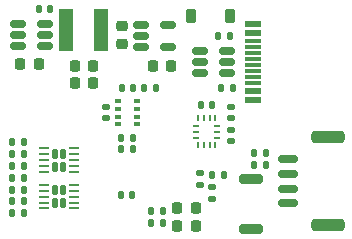
<source format=gbr>
%TF.GenerationSoftware,KiCad,Pcbnew,7.0.8*%
%TF.CreationDate,2023-10-14T12:30:27+02:00*%
%TF.ProjectId,RotorflightF7,526f746f-7266-46c6-9967-687446372e6b,rev?*%
%TF.SameCoordinates,Original*%
%TF.FileFunction,Paste,Top*%
%TF.FilePolarity,Positive*%
%FSLAX46Y46*%
G04 Gerber Fmt 4.6, Leading zero omitted, Abs format (unit mm)*
G04 Created by KiCad (PCBNEW 7.0.8) date 2023-10-14 12:30:27*
%MOMM*%
%LPD*%
G01*
G04 APERTURE LIST*
G04 Aperture macros list*
%AMRoundRect*
0 Rectangle with rounded corners*
0 $1 Rounding radius*
0 $2 $3 $4 $5 $6 $7 $8 $9 X,Y pos of 4 corners*
0 Add a 4 corners polygon primitive as box body*
4,1,4,$2,$3,$4,$5,$6,$7,$8,$9,$2,$3,0*
0 Add four circle primitives for the rounded corners*
1,1,$1+$1,$2,$3*
1,1,$1+$1,$4,$5*
1,1,$1+$1,$6,$7*
1,1,$1+$1,$8,$9*
0 Add four rect primitives between the rounded corners*
20,1,$1+$1,$2,$3,$4,$5,0*
20,1,$1+$1,$4,$5,$6,$7,0*
20,1,$1+$1,$6,$7,$8,$9,0*
20,1,$1+$1,$8,$9,$2,$3,0*%
G04 Aperture macros list end*
%ADD10RoundRect,0.150000X-0.700000X0.150000X-0.700000X-0.150000X0.700000X-0.150000X0.700000X0.150000X0*%
%ADD11RoundRect,0.250000X-1.150000X0.250000X-1.150000X-0.250000X1.150000X-0.250000X1.150000X0.250000X0*%
%ADD12RoundRect,0.140000X0.170000X-0.140000X0.170000X0.140000X-0.170000X0.140000X-0.170000X-0.140000X0*%
%ADD13RoundRect,0.225000X-0.225000X-0.375000X0.225000X-0.375000X0.225000X0.375000X-0.225000X0.375000X0*%
%ADD14RoundRect,0.150000X-0.512500X-0.150000X0.512500X-0.150000X0.512500X0.150000X-0.512500X0.150000X0*%
%ADD15RoundRect,0.135000X0.135000X0.185000X-0.135000X0.185000X-0.135000X-0.185000X0.135000X-0.185000X0*%
%ADD16RoundRect,0.218750X0.218750X0.256250X-0.218750X0.256250X-0.218750X-0.256250X0.218750X-0.256250X0*%
%ADD17RoundRect,0.130000X0.130000X0.315000X-0.130000X0.315000X-0.130000X-0.315000X0.130000X-0.315000X0*%
%ADD18RoundRect,0.062500X0.337500X0.062500X-0.337500X0.062500X-0.337500X-0.062500X0.337500X-0.062500X0*%
%ADD19RoundRect,0.140000X-0.140000X-0.170000X0.140000X-0.170000X0.140000X0.170000X-0.140000X0.170000X0*%
%ADD20RoundRect,0.135000X-0.135000X-0.185000X0.135000X-0.185000X0.135000X0.185000X-0.135000X0.185000X0*%
%ADD21RoundRect,0.225000X-0.225000X-0.250000X0.225000X-0.250000X0.225000X0.250000X-0.225000X0.250000X0*%
%ADD22RoundRect,0.140000X0.140000X0.170000X-0.140000X0.170000X-0.140000X-0.170000X0.140000X-0.170000X0*%
%ADD23R,1.150000X3.600000*%
%ADD24R,0.500000X0.350000*%
%ADD25R,0.250000X0.475000*%
%ADD26R,0.475000X0.250000*%
%ADD27RoundRect,0.150000X0.512500X0.150000X-0.512500X0.150000X-0.512500X-0.150000X0.512500X-0.150000X0*%
%ADD28RoundRect,0.200000X0.800000X-0.200000X0.800000X0.200000X-0.800000X0.200000X-0.800000X-0.200000X0*%
%ADD29RoundRect,0.225000X0.225000X0.250000X-0.225000X0.250000X-0.225000X-0.250000X0.225000X-0.250000X0*%
%ADD30RoundRect,0.140000X-0.170000X0.140000X-0.170000X-0.140000X0.170000X-0.140000X0.170000X0.140000X0*%
%ADD31RoundRect,0.225000X-0.250000X0.225000X-0.250000X-0.225000X0.250000X-0.225000X0.250000X0.225000X0*%
%ADD32R,1.450000X0.600000*%
%ADD33R,1.450000X0.300000*%
G04 APERTURE END LIST*
D10*
%TO.C,J3*%
X131090000Y-52155000D03*
X131090000Y-53405000D03*
X131090000Y-54655000D03*
X131090000Y-55905000D03*
D11*
X134440000Y-50305000D03*
X134440000Y-57755000D03*
%TD*%
D12*
%TO.C,C18*%
X124690000Y-55510000D03*
X124690000Y-54550000D03*
%TD*%
%TO.C,C14*%
X126290000Y-48710000D03*
X126290000Y-47750000D03*
%TD*%
D13*
%TO.C,D1*%
X122840000Y-40030000D03*
X126140000Y-40030000D03*
%TD*%
D14*
%TO.C,U5*%
X118652500Y-40780000D03*
X118652500Y-41730000D03*
X118652500Y-42680000D03*
X120927500Y-42680000D03*
X120927500Y-40780000D03*
%TD*%
D15*
%TO.C,R9*%
X126400000Y-46130000D03*
X125380000Y-46130000D03*
%TD*%
D16*
%TO.C,D3*%
X123277500Y-56310000D03*
X121702500Y-56310000D03*
%TD*%
D17*
%TO.C,U3*%
X112015000Y-55880000D03*
X112015000Y-54780000D03*
X111365000Y-55880000D03*
X111365000Y-54780000D03*
D18*
X112965000Y-56330000D03*
X112965000Y-55830000D03*
X112965000Y-55330000D03*
X112965000Y-54830000D03*
X112965000Y-54330000D03*
X110415000Y-54330000D03*
X110415000Y-54830000D03*
X110415000Y-55330000D03*
X110415000Y-55830000D03*
X110415000Y-56330000D03*
%TD*%
D19*
%TO.C,C12*%
X117010000Y-46130000D03*
X117970000Y-46130000D03*
%TD*%
D20*
%TO.C,R14*%
X116980000Y-50330000D03*
X118000000Y-50330000D03*
%TD*%
D16*
%TO.C,D2*%
X123277500Y-57830000D03*
X121702500Y-57830000D03*
%TD*%
D15*
%TO.C,R1*%
X108700000Y-56730000D03*
X107680000Y-56730000D03*
%TD*%
D21*
%TO.C,C1*%
X108415000Y-44130000D03*
X109965000Y-44130000D03*
%TD*%
D15*
%TO.C,R10*%
X125700000Y-53530000D03*
X124680000Y-53530000D03*
%TD*%
D14*
%TO.C,U2*%
X108252500Y-40680000D03*
X108252500Y-41630000D03*
X108252500Y-42580000D03*
X110527500Y-42580000D03*
X110527500Y-41630000D03*
X110527500Y-40680000D03*
%TD*%
D22*
%TO.C,C2*%
X110970000Y-39430000D03*
X110010000Y-39430000D03*
%TD*%
D20*
%TO.C,R19*%
X119480000Y-56580000D03*
X120500000Y-56580000D03*
%TD*%
D15*
%TO.C,R6*%
X108700000Y-51730000D03*
X107680000Y-51730000D03*
%TD*%
D23*
%TO.C,L1*%
X112315000Y-41230000D03*
X115265000Y-41230000D03*
%TD*%
D20*
%TO.C,R17*%
X128180000Y-52630000D03*
X129200000Y-52630000D03*
%TD*%
%TO.C,R16*%
X128180000Y-51630000D03*
X129200000Y-51630000D03*
%TD*%
D15*
%TO.C,R7*%
X108700000Y-50730000D03*
X107680000Y-50730000D03*
%TD*%
D22*
%TO.C,C16*%
X124670000Y-47530000D03*
X123710000Y-47530000D03*
%TD*%
D24*
%TO.C,U8*%
X118290000Y-47255000D03*
X118290000Y-47905000D03*
X118290000Y-48555000D03*
X118290000Y-49205000D03*
X116690000Y-49205000D03*
X116690000Y-48555000D03*
X116690000Y-47905000D03*
X116690000Y-47255000D03*
%TD*%
D15*
%TO.C,R2*%
X108700000Y-55730000D03*
X107680000Y-55730000D03*
%TD*%
D25*
%TO.C,U7*%
X123440000Y-50992500D03*
X123940000Y-50992500D03*
X124440000Y-50992500D03*
X124940000Y-50992500D03*
D26*
X125102500Y-50330000D03*
X125102500Y-49830000D03*
X125102500Y-49330000D03*
D25*
X124940000Y-48667500D03*
X124440000Y-48667500D03*
X123940000Y-48667500D03*
X123440000Y-48667500D03*
D26*
X123277500Y-49330000D03*
X123277500Y-49830000D03*
X123277500Y-50330000D03*
%TD*%
D17*
%TO.C,U1*%
X112015000Y-52780000D03*
X112015000Y-51680000D03*
X111365000Y-52780000D03*
X111365000Y-51680000D03*
D18*
X112965000Y-53230000D03*
X112965000Y-52730000D03*
X112965000Y-52230000D03*
X112965000Y-51730000D03*
X112965000Y-51230000D03*
X110415000Y-51230000D03*
X110415000Y-51730000D03*
X110415000Y-52230000D03*
X110415000Y-52730000D03*
X110415000Y-53230000D03*
%TD*%
D27*
%TO.C,U4*%
X125927500Y-44880000D03*
X125927500Y-43930000D03*
X125927500Y-42980000D03*
X123652500Y-42980000D03*
X123652500Y-43930000D03*
X123652500Y-44880000D03*
%TD*%
D15*
%TO.C,R8*%
X126200000Y-41730000D03*
X125180000Y-41730000D03*
%TD*%
D28*
%TO.C,SW1*%
X127990000Y-58030000D03*
X127990000Y-53830000D03*
%TD*%
D12*
%TO.C,C15*%
X115690000Y-48710000D03*
X115690000Y-47750000D03*
%TD*%
D29*
%TO.C,C9*%
X121165000Y-44230000D03*
X119615000Y-44230000D03*
%TD*%
D30*
%TO.C,C8*%
X123590000Y-53350000D03*
X123590000Y-54310000D03*
%TD*%
D20*
%TO.C,R11*%
X118880000Y-46130000D03*
X119900000Y-46130000D03*
%TD*%
D19*
%TO.C,C17*%
X116910000Y-55230000D03*
X117870000Y-55230000D03*
%TD*%
D29*
%TO.C,C4*%
X114565000Y-44230000D03*
X113015000Y-44230000D03*
%TD*%
%TO.C,C3*%
X114565000Y-45730000D03*
X113015000Y-45730000D03*
%TD*%
D15*
%TO.C,R5*%
X108700000Y-52730000D03*
X107680000Y-52730000D03*
%TD*%
%TO.C,R3*%
X108700000Y-54730000D03*
X107680000Y-54730000D03*
%TD*%
D20*
%TO.C,R18*%
X119480000Y-57580000D03*
X120500000Y-57580000D03*
%TD*%
%TO.C,R15*%
X116980000Y-51330000D03*
X118000000Y-51330000D03*
%TD*%
D15*
%TO.C,R4*%
X108700000Y-53730000D03*
X107680000Y-53730000D03*
%TD*%
D31*
%TO.C,C5*%
X116990000Y-40855000D03*
X116990000Y-42405000D03*
%TD*%
D12*
%TO.C,C13*%
X126290000Y-50610000D03*
X126290000Y-49650000D03*
%TD*%
D32*
%TO.C,J1*%
X128105000Y-47180000D03*
X128105000Y-46380000D03*
D33*
X128105000Y-45180000D03*
X128105000Y-44180000D03*
X128105000Y-43680000D03*
X128105000Y-42680000D03*
D32*
X128105000Y-41480000D03*
X128105000Y-40680000D03*
X128105000Y-40680000D03*
X128105000Y-41480000D03*
D33*
X128105000Y-42180000D03*
X128105000Y-43180000D03*
X128105000Y-44680000D03*
X128105000Y-45680000D03*
D32*
X128105000Y-46380000D03*
X128105000Y-47180000D03*
%TD*%
M02*

</source>
